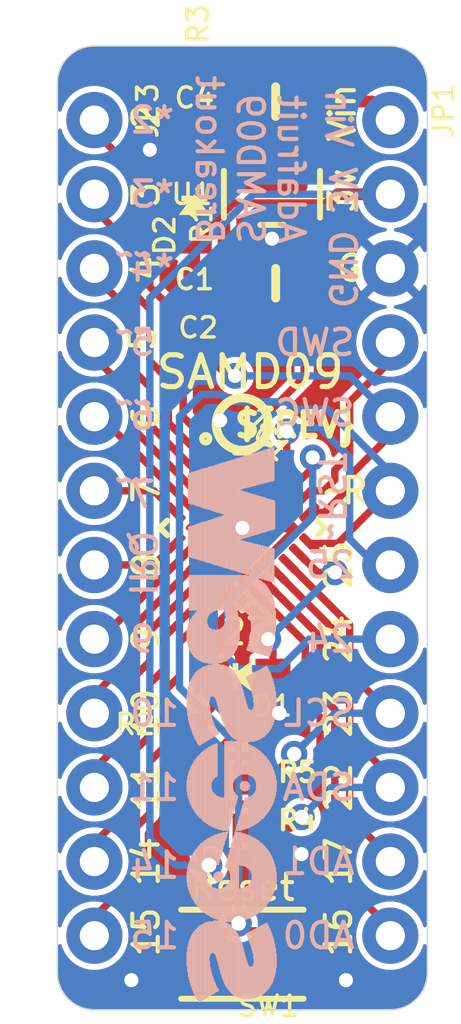
<source format=kicad_pcb>
(kicad_pcb (version 20221018) (generator pcbnew)
  (layers (0 "F.Cu" signal) (31 "B.Cu" signal) (34 "B.Paste" user) (35 "F.Paste" user) (36 "B.SilkS" user "B.Silkscreen") (37 "F.SilkS" user "F.Silkscreen") (38 "B.Mask" user) (39 "F.Mask" user) (44 "Edge.Cuts" user))
  (net 0 "")
  (net 1 "SWDIO")
  (net 2 "SWCLK")
  (net 3 "GND")
  (net 4 "3.3V")
  (net 5 "~{RESET}")
  (net 6 "+5V")
  (net 7 "PA02")
  (net 8 "PA03")
  (net 9 "PA04")
  (net 10 "PA05")
  (net 11 "PA06")
  (net 12 "PA07")
  (net 13 "PA09")
  (net 14 "PA10")
  (net 15 "PA11")
  (net 16 "PA14")
  (net 17 "PA15")
  (net 18 "PA16")
  (net 19 "PA17")
  (net 20 "PA22")
  (net 21 "PA23")
  (net 22 "PA24")
  (net 23 "PA25")
  (net 24 "PA27")
  (net 25 "PA08")
  (net 26 "N$2")
  (net 27 "N$3")
  (footprint "working:1X12_ROUND_76MIL" (layer "F.Cu") (at 143.4211 105.0036 -90)
    (fp_text reference "JP3" (at -15.3162 -1.8288 90) (layer "F.SilkS") (effects (font (size 0.692831 0.692831) (thickness 0.119969)) (justify right)))
    (fp_text value "")
    (pad "1" thru_hole circle (at -13.97 0) (size 1.9304 1.9304) (drill 1) (layers "*.Cu" "*.Mask") (net 7 "PA02"))
    (pad "2" thru_hole circle (at -11.43 0) (size 1.9304 1.9304) (drill 1) (layers "*.Cu" "*.Mask") (net 8 "PA03"))
    (pad "3" thru_hole circle (at -8.89 0) (size 1.9304 1.9304) (drill 1) (layers "*.Cu" "*.Mask") (net 9 "PA04"))
    (pad "4" thru_hole circle (at -6.35 0) (size 1.9304 1.9304) (drill 1) (layers "*.Cu" "*.Mask") (net 10 "PA05"))
    (pad "5" thru_hole circle (at -3.81 0) (size 1.9304 1.9304) (drill 1) (layers "*.Cu" "*.Mask") (net 11 "PA06"))
    (pad "6" thru_hole circle (at -1.27 0) (size 1.9304 1.9304) (drill 1) (layers "*.Cu" "*.Mask") (net 12 "PA07"))
    (pad "7" thru_hole circle (at 1.27 0) (size 1.9304 1.9304) (drill 1) (layers "*.Cu" "*.Mask") (net 25 "PA08"))
    (pad "8" thru_hole circle (at 3.81 0) (size 1.9304 1.9304) (drill 1) (layers "*.Cu" "*.Mask") (net 13 "PA09"))
    (pad "9" thru_hole circle (at 6.35 0) (size 1.9304 1.9304) (drill 1) (layers "*.Cu" "*.Mask") (net 14 "PA10"))
    (pad "10" thru_hole circle (at 8.89 0) (size 1.9304 1.9304) (drill 1) (layers "*.Cu" "*.Mask") (net 15 "PA11"))
    (pad "11" thru_hole circle (at 11.43 0) (size 1.9304 1.9304) (drill 1) (layers "*.Cu" "*.Mask") (net 16 "PA14"))
    (pad "12" thru_hole circle (at 13.97 0) (size 1.9304 1.9304) (drill 1) (layers "*.Cu" "*.Mask") (net 17 "PA15"))
  )
  (footprint "working:0603-NO" (layer "F.Cu") (at 147.8661 115.2906)
    (fp_text reference "R4" (at 1.778 0.127) (layer "F.SilkS") (effects (font (size 0.666496 0.666496) (thickness 0.146304)) (justify left bottom)))
    (fp_text value "10k")
    (pad "1" smd rect (at -0.85 0) (size 1.1 1) (layers "F.Cu" "F.Paste" "F.Mask") (net 4 "3.3V"))
    (pad "2" smd rect (at 0.85 0) (size 1.1 1) (layers "F.Cu" "F.Paste" "F.Mask") (net 20 "PA22"))
  )
  (footprint "working:PCBFEAT-REV-040" (layer "F.Cu") (at 148.5011 101.4476)
    (fp_text reference "U$12" hide)
    (fp_text value "" hide)
    (fp_text user "${REV}" (at -0.3556 0.508) (layer "F.SilkS") (effects (font (size 0.8128 0.8128) (thickness 0.2032)) (justify left bottom)))
  )
  (footprint "working:QFN24_4MM" (layer "F.Cu") (at 148.5011 105.0036 -45)
    (fp_text reference "IC1" (at -2.450001 -2.799996 -225) (layer "F.SilkS") (effects (font (size 0.692831 0.692831) (thickness 0.119969)) (justify left)))
    (fp_text value "ATSAMD09D14A-MU")
    (pad "1" smd roundrect (at -2 -1.25 135) (size 0.8 0.28) (layers "F.Cu" "F.Paste" "F.Mask") (net 7 "PA02"))
    (pad "2" smd roundrect (at -2 -0.75 135) (size 0.8 0.28) (layers "F.Cu" "F.Paste" "F.Mask") (net 8 "PA03"))
    (pad "3" smd roundrect (at -2 -0.25 135) (size 0.8 0.28) (layers "F.Cu" "F.Paste" "F.Mask") (net 9 "PA04"))
    (pad "4" smd roundrect (at -2 0.25 135) (size 0.8 0.28) (layers "F.Cu" "F.Paste" "F.Mask") (net 10 "PA05"))
    (pad "5" smd roundrect (at -2 0.75 135) (size 0.8 0.28) (layers "F.Cu" "F.Paste" "F.Mask") (net 11 "PA06"))
    (pad "6" smd roundrect (at -2 1.25 135) (size 0.8 0.28) (layers "F.Cu" "F.Paste" "F.Mask") (net 12 "PA07"))
    (pad "7" smd roundrect (at -1.25 2 45) (size 0.8 0.28) (layers "F.Cu" "F.Paste" "F.Mask") (net 25 "PA08"))
    (pad "8" smd roundrect (at -0.75 2 45) (size 0.8 0.28) (layers "F.Cu" "F.Paste" "F.Mask") (net 13 "PA09"))
    (pad "9" smd roundrect (at -0.25 2 45) (size 0.8 0.28) (layers "F.Cu" "F.Paste" "F.Mask") (net 14 "PA10"))
    (pad "10" smd roundrect (at 0.25 2 45) (size 0.8 0.28) (layers "F.Cu" "F.Paste" "F.Mask") (net 15 "PA11"))
    (pad "11" smd roundrect (at 0.75 2 45) (size 0.8 0.28) (layers "F.Cu" "F.Paste" "F.Mask") (net 16 "PA14"))
    (pad "12" smd roundrect (at 1.25 2 45) (size 0.8 0.28) (layers "F.Cu" "F.Paste" "F.Mask") (net 17 "PA15"))
    (pad "13" smd roundrect (at 2 1.25 315) (size 0.8 0.28) (layers "F.Cu" "F.Paste" "F.Mask") (net 18 "PA16"))
    (pad "14" smd roundrect (at 2 0.75 315) (size 0.8 0.28) (layers "F.Cu" "F.Paste" "F.Mask") (net 19 "PA17"))
    (pad "15" smd roundrect (at 2 0.25 315) (size 0.8 0.28) (layers "F.Cu" "F.Paste" "F.Mask") (net 20 "PA22"))
    (pad "16" smd roundrect (at 2 -0.25 315) (size 0.8 0.28) (layers "F.Cu" "F.Paste" "F.Mask") (net 21 "PA23"))
    (pad "17" smd roundrect (at 2 -0.75 315) (size 0.8 0.28) (layers "F.Cu" "F.Paste" "F.Mask") (net 24 "PA27"))
    (pad "18" smd roundrect (at 2 -1.25 315) (size 0.8 0.28) (layers "F.Cu" "F.Paste" "F.Mask") (net 5 "~{RESET}"))
    (pad "19" smd roundrect (at 1.25 -2 225) (size 0.8 0.28) (layers "F.Cu" "F.Paste" "F.Mask") (net 2 "SWCLK"))
    (pad "20" smd roundrect (at 0.75 -2 225) (size 0.8 0.28) (layers "F.Cu" "F.Paste" "F.Mask") (net 1 "SWDIO"))
    (pad "21" smd roundrect (at 0.25 -2 225) (size 0.8 0.28) (layers "F.Cu" "F.Paste" "F.Mask") (net 22 "PA24"))
    (pad "22" smd roundrect (at -0.25 -2 225) (size 0.8 0.28) (layers "F.Cu" "F.Paste" "F.Mask") (net 23 "PA25"))
    (pad "23" smd roundrect (at -0.75 -2 225) (size 0.8 0.28) (layers "F.Cu" "F.Paste" "F.Mask") (net 3 "GND"))
    (pad "24" smd roundrect (at -1.25 -2 225) (size 0.8 0.28) (layers "F.Cu" "F.Paste" "F.Mask") (net 4 "3.3V"))
    (pad "THERM" smd rect (at 0 0 315) (size 1.778 1.778) (layers "F.Cu" "F.Mask") (net 3 "GND"))
  )
  (footprint "working:CHIPLED_0805_NOOUTLINE" (layer "F.Cu") (at 146.8501 93.9546)
    (fp_text reference "D2" (at -1.016 1.778 90) (layer "F.SilkS") (effects (font (size 0.692831 0.692831) (thickness 0.119969)) (justify left)))
    (fp_text value "GREEN")
    (pad "A" smd rect (at 0 1.05) (size 1.2 1.2) (layers "F.Cu" "F.Paste" "F.Mask") (net 4 "3.3V"))
    (pad "C" smd rect (at 0 -1.05) (size 1.2 1.2) (layers "F.Cu" "F.Paste" "F.Mask") (net 27 "N$3"))
  )
  (footprint "working:0603-NO" (layer "F.Cu") (at 149.7711 98.2726 180)
    (fp_text reference "C2" (at 2.032 0.127) (layer "F.SilkS") (effects (font (size 0.692831 0.692831) (thickness 0.119969)) (justify right)))
    (fp_text value "0.1uF")
    (pad "1" smd rect (at -0.85 0 180) (size 1.1 1) (layers "F.Cu" "F.Paste" "F.Mask") (net 4 "3.3V"))
    (pad "2" smd rect (at 0.85 0 180) (size 1.1 1) (layers "F.Cu" "F.Paste" "F.Mask") (net 3 "GND"))
  )
  (footprint "working:0805-NO" (layer "F.Cu") (at 149.6441 96.6216 180)
    (fp_text reference "C1" (at 2.032 0.127) (layer "F.SilkS") (effects (font (size 0.692831 0.692831) (thickness 0.119969)) (justify right)))
    (fp_text value "10uF")
    (pad "1" smd rect (at -0.95 0 180) (size 1.24 1.5) (layers "F.Cu" "F.Paste" "F.Mask") (net 4 "3.3V"))
    (pad "2" smd rect (at 0.95 0 180) (size 1.24 1.5) (layers "F.Cu" "F.Paste" "F.Mask") (net 3 "GND"))
  )
  (footprint "working:FIDUCIAL_1MM" (layer "F.Cu") (at 148.5011 120.2436 -90)
    (fp_text reference "FID1" hide)
    (fp_text value "FIDUCIAL\"\"" hide)
    (pad "1" smd roundrect (at 0 0 270) (size 1 1) (layers "F.Cu" "F.Mask") (roundrect_rratio 0.5))
  )
  (footprint "working:BTN_KMR2_4.6X2.8" (layer "F.Cu") (at 148.5011 119.6086 180)
    (fp_text reference "SW1" (at -2.032 -1.778) (layer "F.SilkS") (effects (font (size 0.692831 0.692831) (thickness 0.119969)) (justify right)))
    (fp_text value "KMR2")
    (pad "A" smd rect (at 2.05 -0.8 180) (size 0.9 0.9) (layers "F.Cu" "F.Paste" "F.Mask") (net 3 "GND"))
    (pad "A'" smd rect (at -2.05 -0.8 180) (size 0.9 0.9) (layers "F.Cu" "F.Paste" "F.Mask") (net 3 "GND"))
    (pad "B" smd rect (at 2.05 0.8 180) (size 0.9 0.9) (layers "F.Cu" "F.Paste" "F.Mask") (net 5 "~{RESET}"))
    (pad "B'" smd rect (at -2.05 0.8 180) (size 0.9 0.9) (layers "F.Cu" "F.Paste" "F.Mask") (net 5 "~{RESET}"))
  )
  (footprint "working:1X12_ROUND_76MIL" (layer "F.Cu") (at 153.5811 105.0036 -90)
    (fp_text reference "JP1" (at -15.3162 -1.8288 90) (layer "F.SilkS") (effects (font (size 0.692831 0.692831) (thickness 0.119969)) (justify right)))
    (fp_text value "")
    (pad "1" thru_hole circle (at -13.97 0) (size 1.9304 1.9304) (drill 1) (layers "*.Cu" "*.Mask") (net 6 "+5V"))
    (pad "2" thru_hole circle (at -11.43 0) (size 1.9304 1.9304) (drill 1) (layers "*.Cu" "*.Mask") (net 4 "3.3V"))
    (pad "3" thru_hole circle (at -8.89 0) (size 1.9304 1.9304) (drill 1) (layers "*.Cu" "*.Mask") (net 3 "GND"))
    (pad "4" thru_hole circle (at -6.35 0) (size 1.9304 1.9304) (drill 1) (layers "*.Cu" "*.Mask") (net 1 "SWDIO"))
    (pad "5" thru_hole circle (at -3.81 0) (size 1.9304 1.9304) (drill 1) (layers "*.Cu" "*.Mask") (net 2 "SWCLK"))
    (pad "6" thru_hole circle (at -1.27 0) (size 1.9304 1.9304) (drill 1) (layers "*.Cu" "*.Mask") (net 5 "~{RESET}"))
    (pad "7" thru_hole circle (at 1.27 0) (size 1.9304 1.9304) (drill 1) (layers "*.Cu" "*.Mask") (net 23 "PA25"))
    (pad "8" thru_hole circle (at 3.81 0) (size 1.9304 1.9304) (drill 1) (layers "*.Cu" "*.Mask") (net 22 "PA24"))
    (pad "9" thru_hole circle (at 6.35 0) (size 1.9304 1.9304) (drill 1) (layers "*.Cu" "*.Mask") (net 21 "PA23"))
    (pad "10" thru_hole circle (at 8.89 0) (size 1.9304 1.9304) (drill 1) (layers "*.Cu" "*.Mask") (net 20 "PA22"))
    (pad "11" thru_hole circle (at 11.43 0) (size 1.9304 1.9304) (drill 1) (layers "*.Cu" "*.Mask") (net 19 "PA17"))
    (pad "12" thru_hole circle (at 13.97 0) (size 1.9304 1.9304) (drill 1) (layers "*.Cu" "*.Mask") (net 18 "PA16"))
  )
  (footprint "working:0805-NO" (layer "F.Cu") (at 149.6441 90.3986 180)
    (fp_text reference "C4" (at 2.032 0.127) (layer "F.SilkS") (effects (font (size 0.692831 0.692831) (thickness 0.119969)) (justify right)))
    (fp_text value "10uF")
    (pad "1" smd rect (at -0.95 0 180) (size 1.24 1.5) (layers "F.Cu" "F.Paste" "F.Mask") (net 6 "+5V"))
    (pad "2" smd rect (at 0.95 0 180) (size 1.24 1.5) (layers "F.Cu" "F.Paste" "F.Mask") (net 3 "GND"))
  )
  (footprint "working:0603-NO" (layer "F.Cu") (at 146.9771 97.3836 90)
    (fp_text reference "R1" (at 2.032 0.127 90) (layer "F.SilkS") (effects (font (size 0.692831 0.692831) (thickness 0.119969)) (justify left)))
    (fp_text value "1K")
    (pad "1" smd rect (at -0.85 0 90) (size 1.1 1) (layers "F.Cu" "F.Paste" "F.Mask") (net 2 "SWCLK"))
    (pad "2" smd rect (at 0.85 0 90) (size 1.1 1) (layers "F.Cu" "F.Paste" "F.Mask") (net 4 "3.3V"))
  )
  (footprint "working:0603-NO" (layer "F.Cu") (at 147.6121 111.8616 180)
    (fp_text reference "R2" (at 2.032 0.127) (layer "F.SilkS") (effects (font (size 0.692831 0.692831) (thickness 0.119969)) (justify right)))
    (fp_text value "1K")
    (pad "1" smd rect (at -0.85 0 180) (size 1.1 1) (layers "F.Cu" "F.Paste" "F.Mask") (net 3 "GND"))
    (pad "2" smd rect (at 0.85 0 180) (size 1.1 1) (layers "F.Cu" "F.Paste" "F.Mask") (net 26 "N$2"))
  )
  (footprint "working:0603-NO" (layer "F.Cu") (at 147.8661 113.6396)
    (fp_text reference "R5" (at 1.778 0.127) (layer "F.SilkS") (effects (font (size 0.666496 0.666496) (thickness 0.146304)) (justify left bottom)))
    (fp_text value "10k")
    (pad "1" smd rect (at -0.85 0) (size 1.1 1) (layers "F.Cu" "F.Paste" "F.Mask") (net 4 "3.3V"))
    (pad "2" smd rect (at 0.85 0) (size 1.1 1) (layers "F.Cu" "F.Paste" "F.Mask") (net 21 "PA23"))
  )
  (footprint "working:0603-NO" (layer "F.Cu") (at 146.8501 90.5256 90)
    (fp_text reference "R3" (at 2.032 0.127 90) (layer "F.SilkS") (effects (font (size 0.692831 0.692831) (thickness 0.119969)) (justify left)))
    (fp_text value "1K")
    (pad "1" smd rect (at -0.85 0 90) (size 1.1 1) (layers "F.Cu" "F.Paste" "F.Mask") (net 27 "N$3"))
    (pad "2" smd rect (at 0.85 0 90) (size 1.1 1) (layers "F.Cu" "F.Paste" "F.Mask") (net 3 "GND"))
  )
  (footprint "working:FIDUCIAL_1MM" (layer "F.Cu") (at 144.9451 89.5096 -90)
    (fp_text reference "FID2" hide)
    (fp_text value "FIDUCIAL\"\"" hide)
    (pad "1" smd roundrect (at 0 0 270) (size 1 1) (layers "F.Cu" "F.Mask") (roundrect_rratio 0.5))
  )
  (footprint "working:CHIPLED_0805_NOOUTLINE" (layer "F.Cu") (at 148.5011 110.0836 90)
    (fp_text reference "D1" (at -1.016 1.778) (layer "F.SilkS") (effects (font (size 0.692831 0.692831) (thickness 0.119969)) (justify right)))
    (fp_text value "RED")
    (pad "A" smd rect (at 0 1.05 90) (size 1.2 1.2) (layers "F.Cu" "F.Paste" "F.Mask") (net 24 "PA27"))
    (pad "C" smd rect (at 0 -1.05 90) (size 1.2 1.2) (layers "F.Cu" "F.Paste" "F.Mask") (net 26 "N$2"))
  )
  (footprint "working:SOT23-5" (layer "F.Cu") (at 149.5171 93.5736 180)
    (fp_text reference "U1" (at 1.978 0) (layer "F.SilkS") (effects (font (size 0.692831 0.692831) (thickness 0.119969)) (justify right)))
    (fp_text value "AP2112K")
    (pad "1" smd rect (at -0.95 1.3001 180) (size 0.55 1.2) (layers "F.Cu" "F.Paste" "F.Mask") (net 6 "+5V"))
    (pad "2" smd rect (at 0 1.3001 180) (size 0.55 1.2) (layers "F.Cu" "F.Paste" "F.Mask") (net 3 "GND"))
    (pad "3" smd rect (at 0.95 1.3001 180) (size 0.55 1.2) (layers "F.Cu" "F.Paste" "F.Mask") (net 6 "+5V"))
    (pad "4" smd rect (at 0.95 -1.3001 180) (size 0.55 1.2) (layers "F.Cu" "F.Paste" "F.Mask"))
    (pad "5" smd rect (at -0.95 -1.3001 180) (size 0.55 1.2) (layers "F.Cu" "F.Paste" "F.Mask") (net 4 "3.3V"))
  )
  (footprint "working:SEESAW_LOGO" (layer "B.Cu") (at 146.5961 121.2596 90)
    (fp_text reference "U$7" hide)
    (fp_text value "" hide)
  )
  (gr_arc (start 142.1511 89.7636) (mid 142.523074 88.865574) (end 143.4211 88.4936) (stroke (width 0.05)) (layer "Edge.Cuts"))
  (gr_arc (start 154.8511 120.2436) (mid 154.479126 121.141626) (end 153.5811 121.5136) (stroke (width 0.05)) (layer "Edge.Cuts"))
  (gr_arc (start 143.4211 121.5136) (mid 142.523074 121.141626) (end 142.1511 120.2436) (stroke (width 0.05)) (layer "Edge.Cuts"))
  (gr_line (start 142.1511 89.7636) (end 142.1511 120.2436) (stroke (width 0.05)) (layer "Edge.Cuts"))
  (gr_arc (start 153.5811 88.4936) (mid 154.479126 88.865574) (end 154.8511 89.7636) (stroke (width 0.05)) (layer "Edge.Cuts"))
  (gr_line (start 154.8511 120.2436) (end 154.8511 89.7636) (stroke (width 0.05)) (layer "Edge.Cuts"))
  (gr_line (start 143.4211 121.5136) (end 153.5811 121.5136) (stroke (width 0.05)) (layer "Edge.Cuts"))
  (gr_line (start 153.5811 88.4936) (end 143.4211 88.4936) (stroke (width 0.05)) (layer "Edge.Cuts"))
  (gr_text "AD0" (at 152.4381 118.9736) (layer "B.SilkS") (effects (font (size 0.87376 0.87376) (thickness 0.14224)) (justify left mirror)))
  (gr_text "SDA" (at 152.4381 113.8936) (layer "B.SilkS") (effects (font (size 0.87376 0.87376) (thickness 0.14224)) (justify left mirror)))
  (gr_text "25" (at 152.4381 106.2736) (layer "B.SilkS") (effects (font (size 0.87376 0.87376) (thickness 0.14224)) (justify left mirror)))
  (gr_text "24" (at 152.4381 108.8136) (layer "B.SilkS") (effects (font (size 0.87376 0.87376) (thickness 0.14224)) (justify left mirror)))
  (gr_text "IRQ" (at 145.0721 107.4166 -90) (layer "B.SilkS") (effects (font (size 0.87376 0.87376) (thickness 0.14224)) (justify left mirror)))
  (gr_text "15" (at 144.5641 118.9736) (layer "B.SilkS") (effects (font (size 0.87376 0.87376) (thickness 0.14224)) (justify right mirror)))
  (gr_text "SCL" (at 152.4381 111.3536) (layer "B.SilkS") (effects (font (size 0.87376 0.87376) (thickness 0.14224)) (justify left mirror)))
  (gr_text "14" (at 144.5641 116.5606) (layer "B.SilkS") (effects (font (size 0.87376 0.87376) (thickness 0.14224)) (justify right mirror)))
  (gr_text "~~" (at 145.4531 101.1936) (layer "B.SilkS") (effects (font (size 0.87376 0.87376) (thickness 0.14224)) (justify left bottom mirror)))
  (gr_text "*3" (at 144.5641 93.5736) (layer "B.SilkS") (effects (font (size 0.87376 0.87376) (thickness 0.14224)) (justify right mirror)))
  (gr_text "AD1" (at 152.4381 116.4336) (layer "B.SilkS") (effects (font (size 0.87376 0.87376) (thickness 0.14224)) (justify left mirror)))
  (gr_text "~~" (at 145.4531 98.7806) (layer "B.SilkS") (effects (font (size 0.87376 0.87376) (thickness 0.14224)) (justify left bottom mirror)))
  (gr_text "*4" (at 144.5641 96.1136) (layer "B.SilkS") (effects (font (size 0.87376 0.87376) (thickness 0.14224)) (justify right mirror)))
  (gr_text "11" (at 144.5641 113.8936) (layer "B.SilkS") (effects (font (size 0.87376 0.87376) (thickness 0.14224)) (justify right mirror)))
  (gr_text "~~" (at 145.4531 103.8606) (layer "B.SilkS") (effects (font (size 0.87376 0.87376) (thickness 0.14224)) (justify left bottom mirror)))
  (gr_text "7" (at 144.5641 103.8606) (layer "B.SilkS") (effects (font (size 0.87376 0.87376) (thickness 0.14224)) (justify right mirror)))
  (gr_text "10" (at 144.5641 111.3536) (layer "B.SilkS") (effects (font (size 0.87376 0.87376) (thickness 0.14224)) (justify right mirror)))
  (gr_text "Adafruit\nSAMD09\nBreakout" (at 146.8501 95.3516 -90) (layer "B.SilkS") (effects (font (size 0.87376 0.87376) (thickness 0.14224)) (justify left bottom mirror)))
  (gr_text "5" (at 144.5641 98.6536) (layer "B.SilkS") (effects (font (size 0.87376 0.87376) (thickness 0.14224)) (justify right mirror)))
  (gr_text "3V" (at 151.9301 92.5576 -90) (layer "B.SilkS") (effects (font (size 0.87376 0.87376) (thickness 0.14224)) (justify right mirror)))
  (gr_text "SWC" (at 152.4381 101.0666) (layer "B.SilkS") (effects (font (size 0.87376 0.87376) (thickness 0.14224)) (justify left mirror)))
  (gr_text "~RST" (at 151.5491 102.3366 -90) (layer "B.SilkS") (effects (font (size 0.87376 0.87376) (thickness 0.14224)) (justify right mirror)))
  (gr_text "SWD" (at 152.4381 98.6536) (layer "B.SilkS") (effects (font (size 0.87376 0.87376) (thickness 0.14224)) (justify left mirror)))
  (gr_text "Vin" (at 151.8031 92.0496 -90) (layer "B.SilkS") (effects (font (size 0.87376 0.87376) (thickness 0.14224)) (justify left mirror)))
  (gr_text "*2" (at 144.5641 91.0336) (layer "B.SilkS") (effects (font (size 0.87376 0.87376) (thickness 0.14224)) (justify right mirror)))
  (gr_text "GND" (at 151.9301 94.7166 -90) (layer "B.SilkS") (effects (font (size 0.87376 0.87376) (thickness 0.14224)) (justify right mirror)))
  (gr_text "6" (at 144.5641 101.1936) (layer "B.SilkS") (effects (font (size 0.87376 0.87376) (thickness 0.14224)) (justify right mirror)))
  (gr_text "~~" (at 145.4531 96.1136) (layer "B.SilkS") (effects (font (size 0.87376 0.87376) (thickness 0.14224)) (justify left bottom mirror)))
  (gr_text "9" (at 144.5641 108.8136) (layer "B.SilkS") (effects (font (size 0.87376 0.87376) (thickness 0.14224)) (justify right mirror)))
  (gr_text "9" (at 145.1991 108.8136 90) (layer "F.SilkS") (effects (font (size 0.87376 0.87376) (thickness 0.14224))))
  (gr_text "10" (at 145.1991 111.3536 90) (layer "F.SilkS") (effects (font (size 0.87376 0.87376) (thickness 0.14224))))
  (gr_text "6" (at 145.1991 101.1936 90) (layer "F.SilkS") (effects (font (size 0.87376 0.87376) (thickness 0.14224))))
  (gr_text "11" (at 145.1991 113.8936 90) (layer "F.SilkS") (effects (font (size 0.87376 0.87376) (thickness 0.14224))))
  (gr_text "24" (at 151.8031 108.8136 90) (layer "F.SilkS") (effects (font (size 0.87376 0.87376) (thickness 0.14224))))
  (gr_text "23" (at 151.8031 111.3536 90) (layer "F.SilkS") (effects (font (size 0.87376 0.87376) (thickness 0.14224))))
  (gr_text "15" (at 145.1991 118.8466 90) (layer "F.SilkS") (effects (font (size 0.87376 0.87376) (thickness 0.14224))))
  (gr_text "27" (at 148.6281 108.5596) (layer "F.SilkS") (effects (font (size 0.87376 0.87376) (thickness 0.14224))))
  (gr_text "5" (at 145.0721 98.5266 90) (layer "F.SilkS") (effects (font (size 0.87376 0.87376) (thickness 0.14224))))
  (gr_text "8" (at 145.1991 106.2736 90) (layer "F.SilkS") (effects (font (size 0.87376 0.87376) (thickness 0.14224))))
  (gr_text "16" (at 151.8031 118.8466 90) (layer "F.SilkS") (effects (font (size 0.87376 0.87376) (thickness 0.14224))))
  (gr_text "Vin" (at 151.9301 90.7796 90) (layer "F.SilkS") (effects (font (size 0.87376 0.87376) (thickness 0.14224))))
  (gr_text "25" (at 151.8031 106.2736 90) (layer "F.SilkS") (effects (font (size 0.87376 0.87376) (thickness 0.14224))))
  (gr_text "3" (at 145.1991 93.5736 90) (layer "F.SilkS") (effects (font (size 0.87376 0.87376) (thickness 0.14224))))
  (gr_text "7" (at 145.1991 103.7336 90) (layer "F.SilkS") (effects (font (size 0.87376 0.87376) (thickness 0.14224))))
  (gr_text "~R" (at 152.0571 103.7336) (layer "F.SilkS") (effects (font (size 0.87376 0.87376) (thickness 0.14224))))
  (gr_text "SAMD09" (at 145.4531 100.3046) (layer "F.SilkS") (effects (font (size 1.0922 1.0922) (thickness 0.1778)) (justify left bottom)))
  (gr_text "G" (at 152.1841 96.1136) (layer "F.SilkS") (effects (font (size 0.87376 0.87376) (thickness 0.14224))))
  (gr_text "17" (at 151.8031 116.4336 90) (layer "F.SilkS") (effects (font (size 0.87376 0.87376) (thickness 0.14224))))
  (gr_text "4" (at 145.1991 96.1136 90) (layer "F.SilkS") (effects (font (size 0.87376 0.87376) (thickness 0.14224))))
  (gr_text "3v" (at 151.9301 93.4466 90) (layer "F.SilkS") (effects (font (size 0.87376 0.87376) (thickness 0.14224))))
  (gr_text "22" (at 151.8031 113.8936 90) (layer "F.SilkS") (effects (font (size 0.87376 0.87376) (thickness 0.14224))))
  (gr_text "14" (at 145.1991 116.4336 90) (layer "F.SilkS") (effects (font (size 0.87376 0.87376) (thickness 0.14224))))
  (gr_text "Reset" (at 148.5011 117.3226) (layer "F.SilkS") (effects (font (size 0.87376 0.87376) (thickness 0.14224))))
  (gr_text "2" (at 145.1991 90.9066 90) (layer "F.SilkS") (effects (font (size 0.87376 0.87376) (thickness 0.14224))))
  (segment (start 150.831759 103.7336) (end 150.44564 104.119719) (width 0.254) (layer "F.Cu") (net 1))
  (segment (start 153.5811 99.2886) (end 153.5811 98.6536) (width 0.254) (layer "F.Cu") (net 1))
  (segment (start 151.6761 103.01626) (end 151.6761 103.3526) (width 0.254) (layer "F.Cu") (net 1))
  (segment (start 152.1841 102.50826) (end 152.1841 100.6856) (width 0.254) (layer "F.Cu") (net 1))
  (segment (start 151.6761 103.3526) (end 151.2951 103.7336) (width 0.254) (layer "F.Cu") (net 1))
  (segment (start 152.1841 100.6856) (end 153.5811 99.2886) (width 0.254) (layer "F.Cu") (net 1))
  (segment (start 151.6761 103.01626) (end 152.1841 102.50826) (width 0.254) (layer "F.Cu") (net 1))
  (segment (start 151.2951 103.7336) (end 150.831759 103.7336) (width 0.254) (layer "F.Cu") (net 1))
  (segment (start 146.9771 98.2336) (end 146.9771 98.7806) (width 0.254) (layer "F.Cu") (net 2))
  (segment (start 148.1201 99.9236) (end 148.2471 99.7966) (width 0.254) (layer "F.Cu") (net 2))
  (segment (start 146.9771 98.7806) (end 148.1201 99.9236) (width 0.254) (layer "F.Cu") (net 2))
  (segment (start 153.5811 101.8286) (end 153.5811 101.1936) (width 0.254) (layer "F.Cu") (net 2))
  (segment (start 151.317428 104.473272) (end 150.799196 104.473272) (width 0.254) (layer "F.Cu") (net 2))
  (segment (start 152.1841 103.6066) (end 151.317428 104.473272) (width 0.254) (layer "F.Cu") (net 2))
  (segment (start 152.1841 103.2256) (end 152.1841 103.6066) (width 0.254) (layer "F.Cu") (net 2))
  (segment (start 152.1841 103.2256) (end 153.5811 101.8286) (width 0.254) (layer "F.Cu") (net 2))
  (via (at 148.2471 99.7966) (size 0.889) (drill 0.4826) (layers "F.Cu" "B.Cu") (net 2))
  (segment (start 152.1841 99.7966) (end 153.5811 101.1936) (width 0.254) (layer "B.Cu") (net 2))
  (segment (start 148.2471 99.7966) (end 152.1841 99.7966) (width 0.254) (layer "B.Cu") (net 2))
  (segment (start 147.5731 90.3986) (end 148.6941 90.3986) (width 0.4064) (layer "F.Cu") (net 3))
  (segment (start 149.5171 91.4146) (end 148.6941 90.5916) (width 0.4064) (layer "F.Cu") (net 3))
  (segment (start 149.5171 92.2735) (end 149.5171 91.4146) (width 0.4064) (layer "F.Cu") (net 3))
  (segment (start 146.8501 89.6756) (end 147.5731 90.3986) (width 0.4064) (layer "F.Cu") (net 3))
  (segment (start 149.384981 103.05906) (end 148.5011 103.942941) (width 0.254) (layer "F.Cu") (net 3))
  (segment (start 149.5171 95.4786) (end 149.5171 95.0976) (width 0.4064) (layer "F.Cu") (net 3))
  (segment (start 148.6941 90.5916) (end 148.6941 90.3986) (width 0.4064) (layer "F.Cu") (net 3))
  (segment (start 148.6941 96.6216) (end 148.6941 96.3016) (width 0.4064) (layer "F.Cu") (net 3))
  (segment (start 148.6941 96.3016) (end 149.5171 95.4786) (width 0.4064) (layer "F.Cu") (net 3))
  (segment (start 148.5011 103.942941) (end 148.5011 105.0036) (width 0.254) (layer "F.Cu") (net 3))
  (via (at 152.0571 120.4976) (size 0.889) (drill 0.4826) (layers "F.Cu" "B.Cu") (net 3))
  (via (at 150.5331 116.1796) (size 0.889) (drill 0.4826) (layers "F.Cu" "B.Cu") (net 3))
  (via (at 148.5011 105.0036) (size 0.889) (drill 0.4826) (layers "F.Cu" "B.Cu") (net 3))
  (via (at 147.7391 101.3206) (size 0.889) (drill 0.4826) (layers "F.Cu" "B.Cu") (net 3))
  (via (at 144.6911 120.4976) (size 0.889) (drill 0.4826) (layers "F.Cu" "B.Cu") (net 3))
  (via (at 149.7711 111.3536) (size 0.9064) (drill 0.5) (layers "F.Cu" "B.Cu") (net 3))
  (via (at 145.3261 92.0496) (size 0.889) (drill 0.4826) (layers "F.Cu" "B.Cu") (net 3))
  (via (at 149.5171 95.0976) (size 0.889) (drill 0.4826) (layers "F.Cu" "B.Cu") (net 3))
  (segment (start 149.031428 102.705504) (end 149.1361 102.600832) (width 0.254) (layer "F.Cu") (net 4))
  (segment (start 147.0701 95.0046) (end 146.8501 95.0046) (width 0.254) (layer "F.Cu") (net 4))
  (segment (start 151.7672 93.5736) (end 151.46765 93.87315) (width 0.4064) (layer "F.Cu") (net 4))
  (segment (start 147.1041 95.0046) (end 146.8501 95.0046) (width 0.254) (layer "F.Cu") (net 4))
  (segment (start 151.7672 93.5736) (end 153.5811 93.5736) (width 0.4064) (layer "F.Cu") (net 4))
  (segment (start 146.9771 94.9706) (end 147.1381 94.9706) (width 0.254) (layer "F.Cu") (net 4))
  (segment (start 150.4671 96.7486) (end 150.5941 96.6216) (width 0.4064) (layer "F.Cu") (net 4))
  (segment (start 148.20155 93.87315) (end 147.0701 95.0046) (width 0.254) (layer "F.Cu") (net 4))
  (segment (start 151.46765 93.87315) (end 150.4671 94.8737) (width 0.4064) (layer "F.Cu") (net 4))
  (segment (start 147.0161 116.2186) (end 147.0161 115.2906) (width 0.254) (layer "F.Cu") (net 4))
  (segment (start 149.1361 102.600832) (end 149.1361 101.3206) (width 0.254) (layer "F.Cu") (net 4))
  (segment (start 147.1381 94.9706) (end 147.1041 95.0046) (width 0.254) (layer "F.Cu") (net 4))
  (segment (start 147.0161 115.2906) (end 147.0161 113.6396) (width 0.254) (layer "F.Cu") (net 4))
  (segment (start 150.4671 94.8737) (end 150.4671 96.7486) (width 0.4064) (layer "F.Cu") (net 4))
  (segment (start 150.4671 96.7486) (end 150.6211 96.7486) (width 0.4064) (layer "F.Cu") (net 4))
  (segment (start 149.1361 101.3206) (end 150.6211 99.8356) (width 0.254) (layer "F.Cu") (net 4))
  (segment (start 146.8501 95.0046) (end 146.8501 96.6606) (width 0.4064) (layer "F.Cu") (net 4))
  (segment (start 147.3581 116.5606) (end 147.0161 116.2186) (width 0.254) (layer "F.Cu") (net 4))
  (segment (start 148.20155 93.87315) (end 151.46765 93.87315) (width 0.254) (layer "F.Cu") (net 4))
  (segment (start 147.0161 115.2906) (end 147.0161 114.5676) (width 0.254) (layer "F.Cu") (net 4))
  (segment (start 150.6211 99.8356) (end 150.6211 98.2726) (width 0.254) (layer "F.Cu") (net 4))
  (segment (start 150.6211 96.7486) (end 150.6211 98.2726) (width 0.4064) (layer "F.Cu") (net 4))
  (segment (start 146.8501 96.6606) (end 146.9771 96.5336) (width 0.4064) (layer "F.Cu") (net 4))
  (via (at 147.3581 116.5606) (size 0.9064) (drill 0.5) (layers "F.Cu" "B.Cu") (net 4))
  (segment (start 145.3261 97.1296) (end 145.3261 115.6716) (width 0.254) (layer "B.Cu") (net 4))
  (segment (start 146.2151 116.5606) (end 147.3581 116.5606) (width 0.254) (layer "B.Cu") (net 4))
  (segment (start 148.8821 93.5736) (end 145.3261 97.1296) (width 0.254) (layer "B.Cu") (net 4))
  (segment (start 145.3261 115.6716) (end 146.2151 116.5606) (width 0.254) (layer "B.Cu") (net 4))
  (segment (start 153.5811 93.5736) (end 148.8821 93.5736) (width 0.254) (layer "B.Cu") (net 4))
  (segment (start 151.780768 105.533932) (end 153.5811 103.7336) (width 0.254) (layer "F.Cu") (net 5))
  (segment (start 150.799196 105.533932) (end 151.780768 105.533932) (width 0.254) (layer "F.Cu") (net 5))
  (segment (start 148.6281 118.8086) (end 148.3741 118.5546) (width 0.254) (layer "F.Cu") (net 5))
  (segment (start 146.4511 118.8086) (end 146.4891 118.8466) (width 0.254) (layer "F.Cu") (net 5))
  (segment (start 146.4891 118.8466) (end 148.0821 118.8466) (width 0.254) (layer "F.Cu") (net 5))
  (segment (start 150.5511 118.8086) (end 148.6281 118.8086) (width 0.254) (layer "F.Cu") (net 5))
  (segment (start 148.0821 118.8466) (end 148.3741 118.5546) (width 0.254) (layer "F.Cu") (net 5))
  (via (at 148.3741 118.5546) (size 0.9064) (drill 0.5) (layers "F.Cu" "B.Cu") (net 5))
  (segment (start 146.3421 101.1936) (end 146.3421 110.4646) (width 0.254) (layer "B.Cu") (net 5))
  (segment (start 153.5811 103.0986) (end 151.4221 100.9396) (width 0.254) (layer "B.Cu") (net 5))
  (segment (start 147.1041 100.4316) (end 146.3421 101.1936) (width 0.254) (layer "B.Cu") (net 5))
  (segment (start 148.2471 100.6856) (end 147.7391 100.4316) (width 0.254) (layer "B.Cu") (net 5))
  (segment (start 151.4221 100.9396) (end 150.2791 100.9396) (width 0.254) (layer "B.Cu") (net 5))
  (segment (start 150.0251 100.6856) (end 148.2471 100.6856) (width 0.254) (layer "B.Cu") (net 5))
  (segment (start 146.3421 110.4646) (end 148.3741 112.4966) (width 0.254) (layer "B.Cu") (net 5))
  (segment (start 153.5811 103.7336) (end 153.5811 103.0986) (width 0.254) (layer "B.Cu") (net 5))
  (segment (start 150.2791 100.9396) (end 150.0251 100.6856) (width 0.254) (layer "B.Cu") (net 5))
  (segment (start 147.7391 100.4316) (end 147.1041 100.4316) (width 0.254) (layer "B.Cu") (net 5))
  (segment (start 148.3741 112.4966) (end 148.3741 118.5546) (width 0.254) (layer "B.Cu") (net 5))
  (segment (start 150.5941 90.3986) (end 150.4671 90.5256) (width 0.4064) (layer "F.Cu") (net 6))
  (segment (start 150.5331 92.2735) (end 150.4671 92.2735) (width 0.4064) (layer "F.Cu") (net 6))
  (segment (start 150.4671 90.5256) (end 150.4671 92.2735) (width 0.4064) (layer "F.Cu") (net 6))
  (segment (start 148.5671 92.2735) (end 148.5671 93.3196) (width 0.4064) (layer "F.Cu") (net 6))
  (segment (start 152.9461 90.3986) (end 153.5811 91.0336) (width 0.4064) (layer "F.Cu") (net 6))
  (segment (start 148.5671 93.3196) (end 150.5331 93.3196) (width 0.4064) (layer "F.Cu") (net 6))
  (segment (start 150.5941 90.3986) (end 152.9461 90.3986) (width 0.4064) (layer "F.Cu") (net 6))
  (segment (start 150.5331 93.3196) (end 150.5331 92.2735) (width 0.4064) (layer "F.Cu") (net 6))
  (segment (start 144.8181 92.8116) (end 143.4211 91.4146) (width 0.254) (layer "F.Cu") (net 7))
  (segment (start 143.4211 91.4146) (end 143.4211 91.0336) (width 0.254) (layer "F.Cu") (net 7))
  (segment (start 147.970768 102.705504) (end 146.4691 101.203835) (width 0.254) (layer "F.Cu") (net 7))
  (segment (start 146.4691 99.6696) (end 145.8341 99.0346) (width 0.254) (layer "F.Cu") (net 7))
  (segment (start 145.3261 95.0976) (end 144.8181 94.5896) (width 0.254) (layer "F.Cu") (net 7))
  (segment (start 145.8341 99.0346) (end 145.8341 97.2566) (width 0.254) (layer "F.Cu") (net 7))
  (segment (start 145.8341 97.2566) (end 145.3261 96.7486) (width 0.254) (layer "F.Cu") (net 7))
  (segment (start 146.4691 101.203835) (end 146.4691 99.6696) (width 0.254) (layer "F.Cu") (net 7))
  (segment (start 145.3261 96.7486) (end 145.3261 95.0976) (width 0.254) (layer "F.Cu") (net 7))
  (segment (start 144.8181 94.5896) (end 144.8181 92.8116) (width 0.254) (layer "F.Cu") (net 7))
  (segment (start 143.4211 94.0816) (end 143.4211 93.5736) (width 0.254) (layer "F.Cu") (net 8))
  (segment (start 145.3261 99.2886) (end 145.3261 97.5106) (width 0.254) (layer "F.Cu") (net 8))
  (segment (start 147.617215 103.05906) (end 145.9611 101.402944) (width 0.254) (layer "F.Cu") (net 8))
  (segment (start 144.8181 95.4786) (end 143.4211 94.0816) (width 0.254) (layer "F.Cu") (net 8))
  (segment (start 144.8181 97.0026) (end 144.8181 95.4786) (width 0.254) (layer "F.Cu") (net 8))
  (segment (start 145.9611 99.9236) (end 145.3261 99.2886) (width 0.254) (layer "F.Cu") (net 8))
  (segment (start 145.9611 101.402944) (end 145.9611 99.9236) (width 0.254) (layer "F.Cu") (net 8))
  (segment (start 145.3261 97.5106) (end 144.8181 97.0026) (width 0.254) (layer "F.Cu") (net 8))
  (segment (start 145.3261 100.1776) (end 144.8181 99.6696) (width 0.254) (layer "F.Cu") (net 9))
  (segment (start 144.8181 97.7646) (end 143.4211 96.3676) (width 0.254) (layer "F.Cu") (net 9))
  (segment (start 143.4211 96.3676) (end 143.4211 96.1136) (width 0.254) (layer "F.Cu") (net 9))
  (segment (start 147.263662 103.412613) (end 145.3261 101.47505) (width 0.254) (layer "F.Cu") (net 9))
  (segment (start 144.8181 99.6696) (end 144.8181 97.7646) (width 0.254) (layer "F.Cu") (net 9))
  (segment (start 145.3261 101.47505) (end 145.3261 100.1776) (width 0.254) (layer "F.Cu") (net 9))
  (segment (start 144.8181 100.5586) (end 143.4211 99.1616) (width 0.254) (layer "F.Cu") (net 10))
  (segment (start 146.910109 103.766166) (end 144.8181 101.674157) (width 0.254) (layer "F.Cu") (net 10))
  (segment (start 144.8181 101.674157) (end 144.8181 100.5586) (width 0.254) (layer "F.Cu") (net 10))
  (segment (start 143.4211 99.1616) (end 143.4211 98.6536) (width 0.254) (layer "F.Cu") (net 10))
  (segment (start 143.630437 101.1936) (end 143.4211 101.1936) (width 0.254) (layer "F.Cu") (net 11))
  (segment (start 146.556556 104.119719) (end 143.630437 101.1936) (width 0.254) (layer "F.Cu") (net 11))
  (segment (start 146.203 104.473272) (end 145.463328 103.7336) (width 0.254) (layer "F.Cu") (net 12))
  (segment (start 145.463328 103.7336) (end 143.4211 103.7336) (width 0.254) (layer "F.Cu") (net 12))
  (segment (start 146.556556 105.887485) (end 143.63044 108.8136) (width 0.254) (layer "F.Cu") (net 13))
  (segment (start 143.63044 108.8136) (end 143.4211 108.8136) (width 0.254) (layer "F.Cu") (net 13))
  (segment (start 144.8181 109.3216) (end 143.4211 110.7186) (width 0.254) (layer "F.Cu") (net 14))
  (segment (start 143.4211 110.7186) (end 143.4211 111.3536) (width 0.254) (layer "F.Cu") (net 14))
  (segment (start 144.8181 108.333047) (end 144.8181 109.3216) (width 0.254) (layer "F.Cu") (net 14))
  (segment (start 146.910109 106.241038) (end 144.8181 108.333047) (width 0.254) (layer "F.Cu") (net 14))
  (segment (start 144.8181 110.0836) (end 144.8181 111.8616) (width 0.254) (layer "F.Cu") (net 15))
  (segment (start 147.263662 106.594591) (end 145.3261 108.532154) (width 0.254) (layer "F.Cu") (net 15))
  (segment (start 145.3261 109.5756) (end 144.8181 110.0836) (width 0.254) (layer "F.Cu") (net 15))
  (segment (start 143.4211 113.2586) (end 143.4211 113.8936) (width 0.254) (layer "F.Cu") (net 15))
  (segment (start 145.3261 108.532154) (end 145.3261 109.5756) (width 0.254) (layer "F.Cu") (net 15))
  (segment (start 144.8181 111.8616) (end 143.4211 113.2586) (width 0.254) (layer "F.Cu") (net 15))
  (segment (start 143.4211 115.7986) (end 143.4211 116.4336) (width 0.254) (layer "F.Cu") (net 16))
  (segment (start 145.8341 108.73126) (end 145.8341 109.8296) (width 0.254) (layer "F.Cu") (net 16))
  (segment (start 144.8181 112.6236) (end 144.8181 114.4016) (width 0.254) (layer "F.Cu") (net 16))
  (segment (start 147.617215 106.948144) (end 145.8341 108.73126) (width 0.254) (layer "F.Cu") (net 16))
  (segment (start 145.3261 110.3376) (end 145.3261 112.1156) (width 0.254) (layer "F.Cu") (net 16))
  (segment (start 145.3261 112.1156) (end 144.8181 112.6236) (width 0.254) (layer "F.Cu") (net 16))
  (segment (start 144.8181 114.4016) (end 143.4211 115.7986) (width 0.254) (layer "F.Cu") (net 16))
  (segment (start 145.8341 109.8296) (end 145.3261 110.3376) (width 0.254) (layer "F.Cu") (net 16))
  (segment (start 145.8341 112.4966) (end 145.3261 113.0046) (width 0.254) (layer "F.Cu") (net 17))
  (segment (start 144.8181 115.2906) (end 144.8181 116.9416) (width 0.254) (layer "F.Cu") (net 17))
  (segment (start 145.3261 114.7826) (end 144.8181 115.2906) (width 0.254) (layer "F.Cu") (net 17))
  (segment (start 146.3421 108.930369) (end 146.3421 110.0836) (width 0.254) (layer "F.Cu") (net 17))
  (segment (start 144.8181 116.9416) (end 143.4211 118.3386) (width 0.254) (layer "F.Cu") (net 17))
  (segment (start 146.3421 110.0836) (end 145.8341 110.5916) (width 0.254) (layer "F.Cu") (net 17))
  (segment (start 147.970768 107.3017) (end 146.3421 108.930369) (width 0.254) (layer "F.Cu") (net 17))
  (segment (start 145.3261 113.0046) (end 145.3261 114.7826) (width 0.254) (layer "F.Cu") (net 17))
  (segment (start 145.8341 110.5916) (end 145.8341 112.4966) (width 0.254) (layer "F.Cu") (net 17))
  (segment (start 143.4211 118.3386) (end 143.4211 118.9736) (width 0.254) (layer "F.Cu") (net 17))
  (segment (start 152.1841 117.3226) (end 153.5811 118.7196) (width 0.254) (layer "F.Cu") (net 18))
  (segment (start 150.6601 110.9726) (end 151.1681 111.4806) (width 0.254) (layer "F.Cu") (net 18))
  (segment (start 151.6761 115.1636) (end 152.1841 115.6716) (width 0.254) (layer "F.Cu") (net 18))
  (segment (start 150.6601 108.930372) (end 150.6601 110.9726) (width 0.254) (layer "F.Cu") (net 18))
  (segment (start 151.1681 112.6236) (end 151.6761 113.1316) (width 0.254) (layer "F.Cu") (net 18))
  (segment (start 152.1841 115.6716) (end 152.1841 117.3226) (width 0.254) (layer "F.Cu") (net 18))
  (segment (start 151.6761 113.1316) (end 151.6761 115.1636) (width 0.254) (layer "F.Cu") (net 18))
  (segment (start 151.1681 111.4806) (end 151.1681 112.6236) (width 0.254) (layer "F.Cu") (net 18))
  (segment (start 149.031428 107.3017) (end 150.6601 108.930372) (width 0.254) (layer "F.Cu") (net 18))
  (segment (start 153.5811 118.7196) (end 153.5811 118.9736) (width 0.254) (layer "F.Cu") (net 18))
  (segment (start 151.1681 108.731263) (end 151.1681 110.7186) (width 0.254) (layer "F.Cu") (net 19))
  (segment (start 153.5811 116.3066) (end 153.5811 116.4336) (width 0.254) (layer "F.Cu") (net 19))
  (segment (start 151.6761 111.2266) (end 151.6761 112.3696) (width 0.254) (layer "F.Cu") (net 19))
  (segment (start 152.1841 112.8776) (end 152.1841 114.9096) (width 0.254) (layer "F.Cu") (net 19))
  (segment (start 151.1681 110.7186) (end 151.6761 111.2266) (width 0.254) (layer "F.Cu") (net 19))
  (segment (start 149.384981 106.948144) (end 151.1681 108.731263) (width 0.254) (layer "F.Cu") (net 19))
  (segment (start 151.6761 112.3696) (end 152.1841 112.8776) (width 0.254) (layer "F.Cu") (net 19))
  (segment (start 152.1841 114.9096) (end 153.5811 116.3066) (width 0.254) (layer "F.Cu") (net 19))
  (segment (start 153.5811 113.5126) (end 153.5811 113.8936) (width 0.254) (layer "F.Cu") (net 20))
  (segment (start 151.6761 110.3376) (end 152.1841 110.8456) (width 0.254) (layer "F.Cu") (net 20))
  (segment (start 149.738534 106.594591) (end 151.6761 108.532157) (width 0.254) (layer "F.Cu") (net 20))
  (segment (start 150.1521 115.2906) (end 150.5331 114.9096) (width 0.254) (layer "F.Cu") (net 20))
  (segment (start 151.6761 108.532157) (end 151.6761 110.3376) (width 0.254) (layer "F.Cu") (net 20))
  (segment (start 152.1841 110.8456) (end 152.1841 112.1156) (width 0.254) (layer "F.Cu") (net 20))
  (segment (start 148.7161 115.2906) (end 150.1521 115.2906) (width 0.254) (layer "F.Cu") (net 20))
  (segment (start 152.1841 112.1156) (end 153.5811 113.5126) (width 0.254) (layer "F.Cu") (net 20))
  (via (at 150.5331 114.9096) (size 0.9064) (drill 0.5) (layers "F.Cu" "B.Cu") (net 20))
  (segment (start 151.5491 113.8936) (end 153.5811 113.8936) (width 0.254) (layer "B.Cu") (net 20))
  (segment (start 150.5331 114.9096) (end 151.5491 113.8936) (width 0.254) (layer "B.Cu") (net 20))
  (segment (start 149.3901 113.6396) (end 150.2791 112.7506) (width 0.254) (layer "F.Cu") (net 21))
  (segment (start 150.092087 106.241038) (end 152.1841 108.33305) (width 0.254) (layer "F.Cu") (net 21))
  (segment (start 148.7161 113.6396) (end 149.3901 113.6396) (width 0.254) (layer "F.Cu") (net 21))
  (segment (start 152.1841 109.9566) (end 153.5811 111.3536) (width 0.254) (layer "F.Cu") (net 21))
  (segment (start 152.1841 108.33305) (end 152.1841 109.9566) (width 0.254) (layer "F.Cu") (net 21))
  (via (at 150.2791 112.7506) (size 0.9064) (drill 0.5) (layers "F.Cu" "B.Cu") (net 21))
  (segment (start 150.2791 112.7506) (end 151.6761 111.3536) (width 0.254) (layer "B.Cu") (net 21))
  (segment (start 151.6761 111.3536) (end 153.5811 111.3536) (width 0.254) (layer "B.Cu") (net 21))
  (segment (start 150.092087 103.766166) (end 150.9141 102.944154) (width 0.254) (layer "F.Cu") (net 22))
  (segment (start 150.9141 102.944154) (end 150.9141 102.5906) (width 0.254) (layer "F.Cu") (net 22))
  (via (at 150.9141 102.5906) (size 0.889) (drill 0.4826) (layers "F.Cu" "B.Cu") (net 22))
  (segment (start 150.9141 104.6226) (end 150.9141 102.5906) (width 0.254) (layer "B.Cu") (net 22))
  (segment (start 148.3741 109.8296) (end 147.9931 109.4486) (width 0.254) (layer "B.Cu") (net 22))
  (segment (start 147.9931 109.4486) (end 147.9931 107.5436) (width 0.254) (layer "B.Cu") (net 22))
  (segment (start 150.7871 108.8136) (end 149.7711 109.8296) (width 0.254) (layer "B.Cu") (net 22))
  (segment (start 149.7711 109.8296) (end 148.3741 109.8296) (width 0.254) (layer "B.Cu") (net 22))
  (segment (start 150.7871 108.8136) (end 153.5811 108.8136) (width 0.254) (layer "B.Cu") (net 22))
  (segment (start 147.9931 107.5436) (end 150.9141 104.6226) (width 0.254) (layer "B.Cu") (net 22))
  (segment (start 150.1521 102.999047) (end 150.1521 102.8446) (width 0.254) (layer "F.Cu") (net 23))
  (segment (start 149.738534 103.412613) (end 150.1521 102.999047) (width 0.254) (layer "F.Cu") (net 23))
  (segment (start 150.1521 102.8446) (end 150.0251 102.5906) (width 0.254) (layer "F.Cu") (net 23))
  (segment (start 150.0251 102.5906) (end 150.0251 101.7016) (width 0.254) (layer "F.Cu") (net 23))
  (via (at 150.0251 101.7016) (size 0.889) (drill 0.4826) (layers "F.Cu" "B.Cu") (net 23))
  (segment (start 152.1841 105.3846) (end 152.1841 102.5906) (width 0.254) (layer "B.Cu") (net 23))
  (segment (start 151.1681 101.5746) (end 150.1521 101.5746) (width 0.254) (layer "B.Cu") (net 23))
  (segment (start 150.1521 101.5746) (end 150.0251 101.7016) (width 0.254) (layer "B.Cu") (net 23))
  (segment (start 153.0731 106.2736) (end 152.1841 105.3846) (width 0.254) (layer "B.Cu") (net 23))
  (segment (start 153.5811 106.2736) (end 153.0731 106.2736) (width 0.254) (layer "B.Cu") (net 23))
  (segment (start 152.1841 102.5906) (end 151.1681 101.5746) (width 0.254) (layer "B.Cu") (net 23))
  (segment (start 151.6761 106.5276) (end 151.085756 106.5276) (width 0.254) (layer "F.Cu") (net 24))
  (segment (start 151.085756 106.5276) (end 150.44564 105.887485) (width 0.254) (layer "F.Cu") (net 24))
  (segment (start 149.5511 108.9746) (end 149.3901 108.8136) (width 0.254) (layer "F.Cu") (net 24))
  (segment (start 149.5511 110.0836) (end 149.5511 108.9746) (width 0.254) (layer "F.Cu") (net 24))
  (via (at 151.6761 106.5276) (size 0.889) (drill 0.4826) (layers "F.Cu" "B.Cu") (net 24))
  (via (at 149.3901 108.8136) (size 0.889) (drill 0.4826) (layers "F.Cu" "B.Cu") (net 24))
  (segment (start 149.3901 108.8136) (end 151.6761 106.5276) (width 0.254) (layer "B.Cu") (net 24))
  (segment (start 145.463331 106.2736) (end 143.4211 106.2736) (width 0.254) (layer "F.Cu") (net 25))
  (segment (start 146.203 105.533932) (end 145.463331 106.2736) (width 0.254) (layer "F.Cu") (net 25))
  (segment (start 147.5511 110.1836) (end 147.4511 110.0836) (width 0.254) (layer "F.Cu") (net 26))
  (segment (start 146.7621 111.8616) (end 147.4511 111.1726) (width 0.254) (layer "F.Cu") (net 26))
  (segment (start 147.4511 111.1726) (end 147.4511 110.0836) (width 0.254) (layer "F.Cu") (net 26))
  (segment (start 146.8501 92.9046) (end 146.8501 91.3756) (width 0.4064) (layer "F.Cu") (net 27))
  (zone (net 3) (net_name "GND") (layer "F.Cu") (priority 6) (connect_pads (clearance 0.000001)) (min_thickness 0.127) (fill yes (thermal_gap 0.304) (thermal_bridge_width 0.304))
    (polygon (pts (xy 154.9781 121.6406) (xy 142.0241 121.6406) (xy 142.0241 88.3666) (xy 154.9781 88.3666)))
  )
  (zone (net 3) (net_name "GND") (layer "B.Cu") (priority 6) (connect_pads (clearance 0.000001)) (min_thickness 0.127) (fill yes (thermal_gap 0.304) (thermal_bridge_width 0.304))
    (polygon (pts (xy 154.9781 121.6406) (xy 142.0241 121.6406) (xy 142.0241 88.3666) (xy 154.9781 88.3666)))
  )
)
</source>
